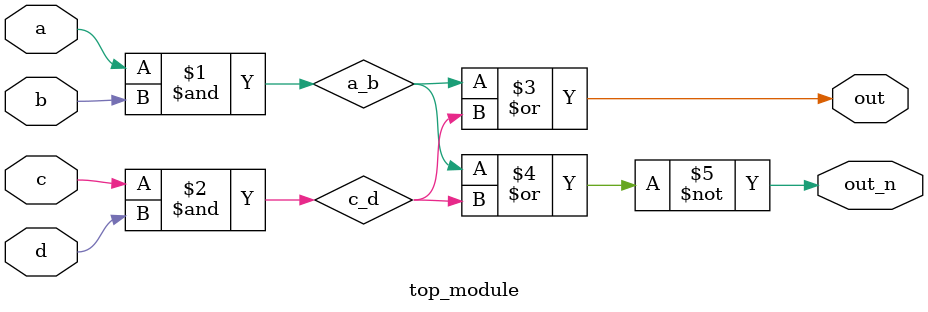
<source format=v>
module top_module(a,b,c,d,out,out_n);
	input a,b,c,d;
	output out,out_n;

	wire a_b;
	wire c_d;

	assign a_b = a&b;
	assign c_d = c&d;
	assign out = a_b|c_d;
	assign out_n = ~(a_b|c_d);
endmodule
</source>
